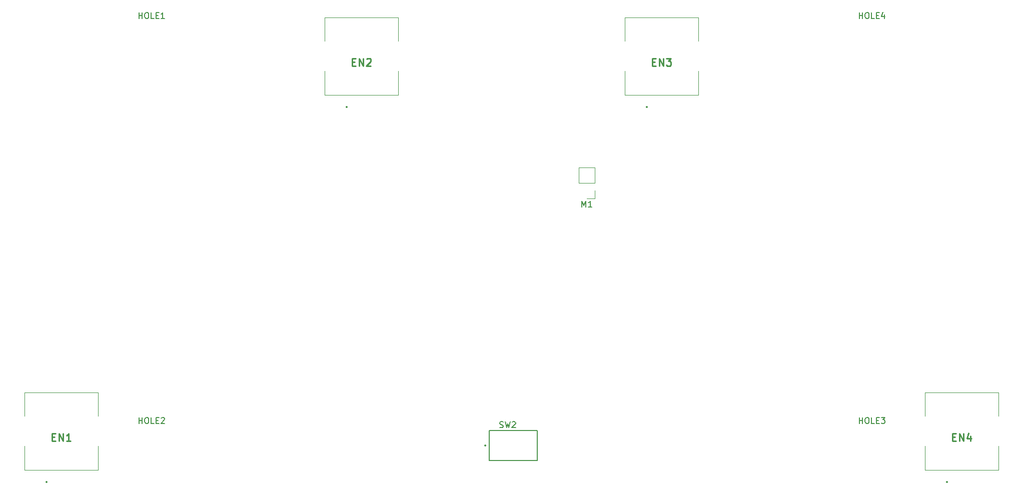
<source format=gto>
G04 #@! TF.GenerationSoftware,KiCad,Pcbnew,(5.1.9-0-10_14)*
G04 #@! TF.CreationDate,2024-01-04T20:03:31+01:00*
G04 #@! TF.ProjectId,v2_atmega8_encoder,76325f61-746d-4656-9761-385f656e636f,rev?*
G04 #@! TF.SameCoordinates,Original*
G04 #@! TF.FileFunction,Legend,Top*
G04 #@! TF.FilePolarity,Positive*
%FSLAX46Y46*%
G04 Gerber Fmt 4.6, Leading zero omitted, Abs format (unit mm)*
G04 Created by KiCad (PCBNEW (5.1.9-0-10_14)) date 2024-01-04 20:03:31*
%MOMM*%
%LPD*%
G01*
G04 APERTURE LIST*
%ADD10C,0.120000*%
%ADD11C,0.200000*%
%ADD12C,0.127000*%
%ADD13C,0.100000*%
%ADD14C,0.150000*%
%ADD15C,0.254000*%
%ADD16C,3.200000*%
%ADD17O,1.600000X1.600000*%
%ADD18R,1.600000X1.600000*%
%ADD19O,1.700000X1.700000*%
%ADD20R,1.700000X1.700000*%
%ADD21C,1.600000*%
%ADD22C,1.205000*%
%ADD23R,1.205000X1.205000*%
%ADD24O,1.905000X2.000000*%
%ADD25R,1.905000X2.000000*%
%ADD26C,1.839000*%
%ADD27C,3.600000*%
%ADD28C,2.000000*%
%ADD29C,2.100000*%
%ADD30C,2.600000*%
%ADD31R,2.600000X2.600000*%
%ADD32C,1.700000*%
%ADD33C,4.350000*%
%ADD34C,1.500000*%
%ADD35C,2.990000*%
G04 APERTURE END LIST*
D10*
X156270000Y-82610000D02*
X154940000Y-82610000D01*
X156270000Y-81280000D02*
X156270000Y-82610000D01*
X156270000Y-80010000D02*
X153610000Y-80010000D01*
X153610000Y-80010000D02*
X153610000Y-77410000D01*
X156270000Y-80010000D02*
X156270000Y-77410000D01*
X156270000Y-77410000D02*
X153610000Y-77410000D01*
D11*
X137855000Y-124460000D02*
G75*
G03*
X137855000Y-124460000I-100000J0D01*
G01*
D12*
X146570000Y-121920000D02*
X138440000Y-121920000D01*
X146570000Y-127000000D02*
X146570000Y-121920000D01*
X138440000Y-127000000D02*
X146570000Y-127000000D01*
X138440000Y-121920000D02*
X138440000Y-127000000D01*
D11*
X216000000Y-130640000D02*
X216000000Y-130640000D01*
X215800000Y-130640000D02*
X215800000Y-130640000D01*
D13*
X224600000Y-128640000D02*
X224600000Y-124580000D01*
X212200000Y-128640000D02*
X224600000Y-128640000D01*
X212200000Y-124580000D02*
X212200000Y-128640000D01*
X224600000Y-115440000D02*
X224600000Y-119500000D01*
X212200000Y-115440000D02*
X224600000Y-115440000D01*
X212200000Y-119500000D02*
X212200000Y-115440000D01*
D11*
X215800000Y-130640000D02*
G75*
G03*
X216000000Y-130640000I100000J0D01*
G01*
X216000000Y-130640000D02*
G75*
G03*
X215800000Y-130640000I-100000J0D01*
G01*
X165200000Y-67140000D02*
X165200000Y-67140000D01*
X165000000Y-67140000D02*
X165000000Y-67140000D01*
D13*
X173800000Y-65140000D02*
X173800000Y-61080000D01*
X161400000Y-65140000D02*
X173800000Y-65140000D01*
X161400000Y-61080000D02*
X161400000Y-65140000D01*
X173800000Y-51940000D02*
X173800000Y-56000000D01*
X161400000Y-51940000D02*
X173800000Y-51940000D01*
X161400000Y-56000000D02*
X161400000Y-51940000D01*
D11*
X165000000Y-67140000D02*
G75*
G03*
X165200000Y-67140000I100000J0D01*
G01*
X165200000Y-67140000D02*
G75*
G03*
X165000000Y-67140000I-100000J0D01*
G01*
X114400000Y-67140000D02*
X114400000Y-67140000D01*
X114200000Y-67140000D02*
X114200000Y-67140000D01*
D13*
X123000000Y-65140000D02*
X123000000Y-61080000D01*
X110600000Y-65140000D02*
X123000000Y-65140000D01*
X110600000Y-61080000D02*
X110600000Y-65140000D01*
X123000000Y-51940000D02*
X123000000Y-56000000D01*
X110600000Y-51940000D02*
X123000000Y-51940000D01*
X110600000Y-56000000D02*
X110600000Y-51940000D01*
D11*
X114200000Y-67140000D02*
G75*
G03*
X114400000Y-67140000I100000J0D01*
G01*
X114400000Y-67140000D02*
G75*
G03*
X114200000Y-67140000I-100000J0D01*
G01*
X63600000Y-130640000D02*
X63600000Y-130640000D01*
X63400000Y-130640000D02*
X63400000Y-130640000D01*
D13*
X72200000Y-128640000D02*
X72200000Y-124580000D01*
X59800000Y-128640000D02*
X72200000Y-128640000D01*
X59800000Y-124580000D02*
X59800000Y-128640000D01*
X72200000Y-115440000D02*
X72200000Y-119500000D01*
X59800000Y-115440000D02*
X72200000Y-115440000D01*
X59800000Y-119500000D02*
X59800000Y-115440000D01*
D11*
X63400000Y-130640000D02*
G75*
G03*
X63600000Y-130640000I100000J0D01*
G01*
X63600000Y-130640000D02*
G75*
G03*
X63400000Y-130640000I-100000J0D01*
G01*
D14*
X201057142Y-52132380D02*
X201057142Y-51132380D01*
X201057142Y-51608571D02*
X201628571Y-51608571D01*
X201628571Y-52132380D02*
X201628571Y-51132380D01*
X202295238Y-51132380D02*
X202485714Y-51132380D01*
X202580952Y-51180000D01*
X202676190Y-51275238D01*
X202723809Y-51465714D01*
X202723809Y-51799047D01*
X202676190Y-51989523D01*
X202580952Y-52084761D01*
X202485714Y-52132380D01*
X202295238Y-52132380D01*
X202200000Y-52084761D01*
X202104761Y-51989523D01*
X202057142Y-51799047D01*
X202057142Y-51465714D01*
X202104761Y-51275238D01*
X202200000Y-51180000D01*
X202295238Y-51132380D01*
X203628571Y-52132380D02*
X203152380Y-52132380D01*
X203152380Y-51132380D01*
X203961904Y-51608571D02*
X204295238Y-51608571D01*
X204438095Y-52132380D02*
X203961904Y-52132380D01*
X203961904Y-51132380D01*
X204438095Y-51132380D01*
X205295238Y-51465714D02*
X205295238Y-52132380D01*
X205057142Y-51084761D02*
X204819047Y-51799047D01*
X205438095Y-51799047D01*
X201057142Y-120712380D02*
X201057142Y-119712380D01*
X201057142Y-120188571D02*
X201628571Y-120188571D01*
X201628571Y-120712380D02*
X201628571Y-119712380D01*
X202295238Y-119712380D02*
X202485714Y-119712380D01*
X202580952Y-119760000D01*
X202676190Y-119855238D01*
X202723809Y-120045714D01*
X202723809Y-120379047D01*
X202676190Y-120569523D01*
X202580952Y-120664761D01*
X202485714Y-120712380D01*
X202295238Y-120712380D01*
X202200000Y-120664761D01*
X202104761Y-120569523D01*
X202057142Y-120379047D01*
X202057142Y-120045714D01*
X202104761Y-119855238D01*
X202200000Y-119760000D01*
X202295238Y-119712380D01*
X203628571Y-120712380D02*
X203152380Y-120712380D01*
X203152380Y-119712380D01*
X203961904Y-120188571D02*
X204295238Y-120188571D01*
X204438095Y-120712380D02*
X203961904Y-120712380D01*
X203961904Y-119712380D01*
X204438095Y-119712380D01*
X204771428Y-119712380D02*
X205390476Y-119712380D01*
X205057142Y-120093333D01*
X205200000Y-120093333D01*
X205295238Y-120140952D01*
X205342857Y-120188571D01*
X205390476Y-120283809D01*
X205390476Y-120521904D01*
X205342857Y-120617142D01*
X205295238Y-120664761D01*
X205200000Y-120712380D01*
X204914285Y-120712380D01*
X204819047Y-120664761D01*
X204771428Y-120617142D01*
X79137142Y-52132380D02*
X79137142Y-51132380D01*
X79137142Y-51608571D02*
X79708571Y-51608571D01*
X79708571Y-52132380D02*
X79708571Y-51132380D01*
X80375238Y-51132380D02*
X80565714Y-51132380D01*
X80660952Y-51180000D01*
X80756190Y-51275238D01*
X80803809Y-51465714D01*
X80803809Y-51799047D01*
X80756190Y-51989523D01*
X80660952Y-52084761D01*
X80565714Y-52132380D01*
X80375238Y-52132380D01*
X80280000Y-52084761D01*
X80184761Y-51989523D01*
X80137142Y-51799047D01*
X80137142Y-51465714D01*
X80184761Y-51275238D01*
X80280000Y-51180000D01*
X80375238Y-51132380D01*
X81708571Y-52132380D02*
X81232380Y-52132380D01*
X81232380Y-51132380D01*
X82041904Y-51608571D02*
X82375238Y-51608571D01*
X82518095Y-52132380D02*
X82041904Y-52132380D01*
X82041904Y-51132380D01*
X82518095Y-51132380D01*
X83470476Y-52132380D02*
X82899047Y-52132380D01*
X83184761Y-52132380D02*
X83184761Y-51132380D01*
X83089523Y-51275238D01*
X82994285Y-51370476D01*
X82899047Y-51418095D01*
X79137142Y-120712380D02*
X79137142Y-119712380D01*
X79137142Y-120188571D02*
X79708571Y-120188571D01*
X79708571Y-120712380D02*
X79708571Y-119712380D01*
X80375238Y-119712380D02*
X80565714Y-119712380D01*
X80660952Y-119760000D01*
X80756190Y-119855238D01*
X80803809Y-120045714D01*
X80803809Y-120379047D01*
X80756190Y-120569523D01*
X80660952Y-120664761D01*
X80565714Y-120712380D01*
X80375238Y-120712380D01*
X80280000Y-120664761D01*
X80184761Y-120569523D01*
X80137142Y-120379047D01*
X80137142Y-120045714D01*
X80184761Y-119855238D01*
X80280000Y-119760000D01*
X80375238Y-119712380D01*
X81708571Y-120712380D02*
X81232380Y-120712380D01*
X81232380Y-119712380D01*
X82041904Y-120188571D02*
X82375238Y-120188571D01*
X82518095Y-120712380D02*
X82041904Y-120712380D01*
X82041904Y-119712380D01*
X82518095Y-119712380D01*
X82899047Y-119807619D02*
X82946666Y-119760000D01*
X83041904Y-119712380D01*
X83280000Y-119712380D01*
X83375238Y-119760000D01*
X83422857Y-119807619D01*
X83470476Y-119902857D01*
X83470476Y-119998095D01*
X83422857Y-120140952D01*
X82851428Y-120712380D01*
X83470476Y-120712380D01*
X154130476Y-84062380D02*
X154130476Y-83062380D01*
X154463809Y-83776666D01*
X154797142Y-83062380D01*
X154797142Y-84062380D01*
X155797142Y-84062380D02*
X155225714Y-84062380D01*
X155511428Y-84062380D02*
X155511428Y-83062380D01*
X155416190Y-83205238D01*
X155320952Y-83300476D01*
X155225714Y-83348095D01*
X140219166Y-121372261D02*
X140362023Y-121419880D01*
X140600119Y-121419880D01*
X140695357Y-121372261D01*
X140742976Y-121324642D01*
X140790595Y-121229404D01*
X140790595Y-121134166D01*
X140742976Y-121038928D01*
X140695357Y-120991309D01*
X140600119Y-120943690D01*
X140409642Y-120896071D01*
X140314404Y-120848452D01*
X140266785Y-120800833D01*
X140219166Y-120705595D01*
X140219166Y-120610357D01*
X140266785Y-120515119D01*
X140314404Y-120467500D01*
X140409642Y-120419880D01*
X140647738Y-120419880D01*
X140790595Y-120467500D01*
X141123928Y-120419880D02*
X141362023Y-121419880D01*
X141552500Y-120705595D01*
X141742976Y-121419880D01*
X141981071Y-120419880D01*
X142314404Y-120515119D02*
X142362023Y-120467500D01*
X142457261Y-120419880D01*
X142695357Y-120419880D01*
X142790595Y-120467500D01*
X142838214Y-120515119D01*
X142885833Y-120610357D01*
X142885833Y-120705595D01*
X142838214Y-120848452D01*
X142266785Y-121419880D01*
X142885833Y-121419880D01*
D15*
X216857857Y-122999285D02*
X217281190Y-122999285D01*
X217462619Y-123664523D02*
X216857857Y-123664523D01*
X216857857Y-122394523D01*
X217462619Y-122394523D01*
X218006904Y-123664523D02*
X218006904Y-122394523D01*
X218732619Y-123664523D01*
X218732619Y-122394523D01*
X219881666Y-122817857D02*
X219881666Y-123664523D01*
X219579285Y-122334047D02*
X219276904Y-123241190D01*
X220063095Y-123241190D01*
X166057857Y-59499285D02*
X166481190Y-59499285D01*
X166662619Y-60164523D02*
X166057857Y-60164523D01*
X166057857Y-58894523D01*
X166662619Y-58894523D01*
X167206904Y-60164523D02*
X167206904Y-58894523D01*
X167932619Y-60164523D01*
X167932619Y-58894523D01*
X168416428Y-58894523D02*
X169202619Y-58894523D01*
X168779285Y-59378333D01*
X168960714Y-59378333D01*
X169081666Y-59438809D01*
X169142142Y-59499285D01*
X169202619Y-59620238D01*
X169202619Y-59922619D01*
X169142142Y-60043571D01*
X169081666Y-60104047D01*
X168960714Y-60164523D01*
X168597857Y-60164523D01*
X168476904Y-60104047D01*
X168416428Y-60043571D01*
X115257857Y-59499285D02*
X115681190Y-59499285D01*
X115862619Y-60164523D02*
X115257857Y-60164523D01*
X115257857Y-58894523D01*
X115862619Y-58894523D01*
X116406904Y-60164523D02*
X116406904Y-58894523D01*
X117132619Y-60164523D01*
X117132619Y-58894523D01*
X117676904Y-59015476D02*
X117737380Y-58955000D01*
X117858333Y-58894523D01*
X118160714Y-58894523D01*
X118281666Y-58955000D01*
X118342142Y-59015476D01*
X118402619Y-59136428D01*
X118402619Y-59257380D01*
X118342142Y-59438809D01*
X117616428Y-60164523D01*
X118402619Y-60164523D01*
X64457857Y-122999285D02*
X64881190Y-122999285D01*
X65062619Y-123664523D02*
X64457857Y-123664523D01*
X64457857Y-122394523D01*
X65062619Y-122394523D01*
X65606904Y-123664523D02*
X65606904Y-122394523D01*
X66332619Y-123664523D01*
X66332619Y-122394523D01*
X67602619Y-123664523D02*
X66876904Y-123664523D01*
X67239761Y-123664523D02*
X67239761Y-122394523D01*
X67118809Y-122575952D01*
X66997857Y-122696904D01*
X66876904Y-122757380D01*
%LPC*%
D16*
X203200000Y-55880000D03*
X203200000Y-124460000D03*
X81280000Y-55880000D03*
X81280000Y-124460000D03*
D17*
X147320000Y-76200000D03*
X142240000Y-83820000D03*
X144780000Y-76200000D03*
X144780000Y-83820000D03*
X142240000Y-76200000D03*
D18*
X147320000Y-83820000D03*
D19*
X154940000Y-78740000D03*
D20*
X154940000Y-81280000D03*
D17*
X149860000Y-109220000D03*
D21*
X149860000Y-101600000D03*
X134580000Y-116840000D03*
X132080000Y-116840000D03*
D22*
X127200000Y-109220000D03*
D23*
X132080000Y-109220000D03*
D24*
X218440000Y-106680000D03*
X220980000Y-106680000D03*
D25*
X223520000Y-106680000D03*
D17*
X198120000Y-76200000D03*
X190500000Y-68580000D03*
X198120000Y-73660000D03*
X190500000Y-71120000D03*
X198120000Y-71120000D03*
X190500000Y-73660000D03*
X198120000Y-68580000D03*
D18*
X190500000Y-76200000D03*
D26*
X142505000Y-124460000D03*
X145045000Y-124460000D03*
G36*
G01*
X139045500Y-125277500D02*
X139045500Y-123642500D01*
G75*
G02*
X139147500Y-123540500I102000J0D01*
G01*
X140782500Y-123540500D01*
G75*
G02*
X140884500Y-123642500I0J-102000D01*
G01*
X140884500Y-125277500D01*
G75*
G02*
X140782500Y-125379500I-102000J0D01*
G01*
X139147500Y-125379500D01*
G75*
G02*
X139045500Y-125277500I0J102000D01*
G01*
G37*
D17*
X203200000Y-71120000D03*
D21*
X203200000Y-78740000D03*
D17*
X198120000Y-81280000D03*
D21*
X190500000Y-81280000D03*
D17*
X73660000Y-66040000D03*
D21*
X81280000Y-66040000D03*
D17*
X81280000Y-45720000D03*
D21*
X73660000Y-45720000D03*
D27*
X61080000Y-48380000D03*
X61080000Y-63380000D03*
D28*
X56080000Y-53380000D03*
X56080000Y-58380000D03*
D29*
X68580000Y-60880000D03*
X68580000Y-50880000D03*
X66080000Y-63380000D03*
X66080000Y-55880000D03*
X66080000Y-48380000D03*
D27*
X221180000Y-62500000D03*
X221180000Y-47500000D03*
D28*
X226180000Y-57500000D03*
X226180000Y-52500000D03*
D29*
X213680000Y-50000000D03*
X213680000Y-60000000D03*
X216180000Y-47500000D03*
X216180000Y-55000000D03*
X216180000Y-62500000D03*
D30*
X217950000Y-96175000D03*
X220950000Y-91475000D03*
D31*
X214950000Y-91475000D03*
D32*
X88900000Y-78740000D03*
X91440000Y-78740000D03*
X93980000Y-78740000D03*
X88900000Y-81280000D03*
X91440000Y-81280000D03*
G36*
G01*
X94580000Y-82130000D02*
X93380000Y-82130000D01*
G75*
G02*
X93130000Y-81880000I0J250000D01*
G01*
X93130000Y-80680000D01*
G75*
G02*
X93380000Y-80430000I250000J0D01*
G01*
X94580000Y-80430000D01*
G75*
G02*
X94830000Y-80680000I0J-250000D01*
G01*
X94830000Y-81880000D01*
G75*
G02*
X94580000Y-82130000I-250000J0D01*
G01*
G37*
D33*
X224000000Y-122040000D03*
X212800000Y-122040000D03*
D34*
X218400000Y-129540000D03*
X220900000Y-129540000D03*
X215900000Y-129540000D03*
D33*
X173200000Y-58540000D03*
X162000000Y-58540000D03*
D34*
X167600000Y-66040000D03*
X170100000Y-66040000D03*
X165100000Y-66040000D03*
D33*
X122400000Y-58540000D03*
X111200000Y-58540000D03*
D34*
X116800000Y-66040000D03*
X119300000Y-66040000D03*
X114300000Y-66040000D03*
D33*
X71600000Y-122040000D03*
X60400000Y-122040000D03*
D34*
X66000000Y-129540000D03*
X68500000Y-129540000D03*
X63500000Y-129540000D03*
D21*
X132160000Y-101600000D03*
X137160000Y-101600000D03*
X126960000Y-116840000D03*
X124460000Y-116840000D03*
D35*
X223265000Y-69615000D03*
X224075000Y-76375000D03*
X223265000Y-83135000D03*
D21*
X217775000Y-79725000D03*
X217775000Y-73025000D03*
X220265000Y-79725000D03*
X220265000Y-73025000D03*
X220265000Y-77675000D03*
X220265000Y-75075000D03*
D17*
X149860000Y-88900000D03*
X116840000Y-96520000D03*
X147320000Y-88900000D03*
X119380000Y-96520000D03*
X144780000Y-88900000D03*
X121920000Y-96520000D03*
X142240000Y-88900000D03*
X124460000Y-96520000D03*
X139700000Y-88900000D03*
X127000000Y-96520000D03*
X137160000Y-88900000D03*
X129540000Y-96520000D03*
X134620000Y-88900000D03*
X132080000Y-96520000D03*
X132080000Y-88900000D03*
X134620000Y-96520000D03*
X129540000Y-88900000D03*
X137160000Y-96520000D03*
X127000000Y-88900000D03*
X139700000Y-96520000D03*
X124460000Y-88900000D03*
X142240000Y-96520000D03*
X121920000Y-88900000D03*
X144780000Y-96520000D03*
X119380000Y-88900000D03*
X147320000Y-96520000D03*
X116840000Y-88900000D03*
D18*
X149860000Y-96520000D03*
D17*
X182880000Y-68580000D03*
D18*
X182880000Y-76200000D03*
M02*

</source>
